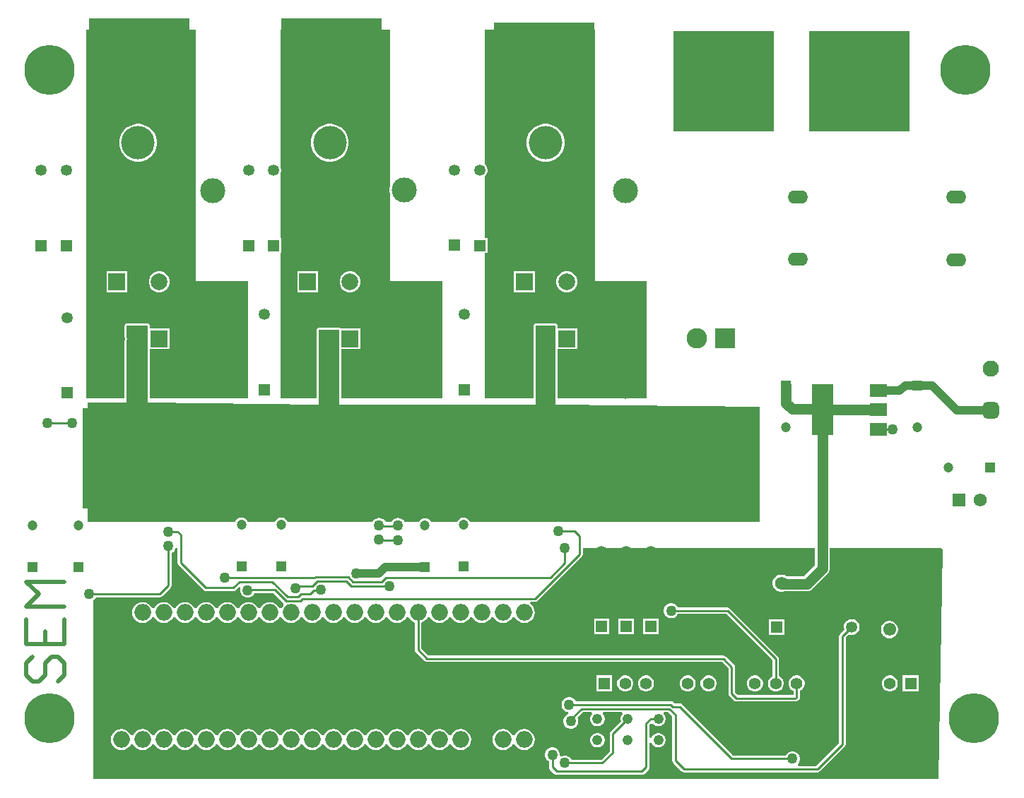
<source format=gtl>
G04*
G04 #@! TF.GenerationSoftware,Altium Limited,Altium Designer,24.8.2 (39)*
G04*
G04 Layer_Physical_Order=1*
G04 Layer_Color=255*
%FSLAX44Y44*%
%MOMM*%
G71*
G04*
G04 #@! TF.SameCoordinates,2ADF9C04-DE7E-4385-BC50-A77D5B0DFB63*
G04*
G04*
G04 #@! TF.FilePolarity,Positive*
G04*
G01*
G75*
%ADD12C,0.2540*%
%ADD13R,2.5400X6.0960*%
%ADD14R,2.0320X1.5240*%
%ADD17C,1.2000*%
%ADD18R,1.2000X1.2000*%
%ADD21C,2.0000*%
%ADD22R,2.0000X2.0000*%
%ADD23C,2.4500*%
%ADD24R,2.4500X2.4500*%
%ADD26C,1.5700*%
%ADD27R,1.5700X1.5700*%
%ADD28C,1.4000*%
%ADD29R,1.4000X1.4000*%
%ADD33R,1.2000X1.2000*%
%ADD36C,1.5500*%
%ADD37R,1.5500X1.5500*%
%ADD41R,12.0000X12.0000*%
%ADD42C,1.0000*%
%ADD43C,1.2540*%
%ADD44C,0.5000*%
%ADD45C,3.0000*%
%ADD46O,2.0000X2.0000*%
%ADD47R,1.3500X1.3500*%
%ADD48C,1.3500*%
%ADD49R,1.3500X1.3500*%
%ADD50C,1.2100*%
G04:AMPARAMS|DCode=51|XSize=1.95mm|YSize=1.95mm|CornerRadius=0.4875mm|HoleSize=0mm|Usage=FLASHONLY|Rotation=90.000|XOffset=0mm|YOffset=0mm|HoleType=Round|Shape=RoundedRectangle|*
%AMROUNDEDRECTD51*
21,1,1.9500,0.9750,0,0,90.0*
21,1,0.9750,1.9500,0,0,90.0*
1,1,0.9750,0.4875,0.4875*
1,1,0.9750,0.4875,-0.4875*
1,1,0.9750,-0.4875,-0.4875*
1,1,0.9750,-0.4875,0.4875*
%
%ADD51ROUNDEDRECTD51*%
%ADD52C,1.9500*%
%ADD53O,2.4000X1.6000*%
%ADD54C,4.0000*%
%ADD55C,6.0000*%
%ADD56C,1.2700*%
%ADD57C,0.7500*%
G36*
X701000Y900415D02*
X763190D01*
Y759385D01*
X656231D01*
Y818560D01*
X679779D01*
Y843640D01*
X656231D01*
Y846750D01*
X656033Y847741D01*
X655472Y848581D01*
X654632Y849143D01*
X653641Y849340D01*
X630141D01*
X629150Y849143D01*
X628310Y848581D01*
X627748Y847741D01*
X627551Y846750D01*
Y759385D01*
X569420D01*
Y933710D01*
X572290D01*
Y952290D01*
X569420D01*
Y1026282D01*
X570434Y1027296D01*
X571657Y1029414D01*
X572290Y1031777D01*
Y1034223D01*
X571657Y1036586D01*
X570434Y1038704D01*
X569420Y1039718D01*
Y1202000D01*
X701000D01*
Y900415D01*
D02*
G37*
G36*
X456000Y1015450D02*
X455634Y1014567D01*
X454960Y1011178D01*
Y1007723D01*
X455634Y1004334D01*
X456000Y1003451D01*
Y900415D01*
X518190D01*
Y759385D01*
X397481D01*
X397481Y818560D01*
X420210D01*
Y843640D01*
X396634D01*
X395882Y844143D01*
X394891Y844340D01*
X370141D01*
X369150Y844143D01*
X368310Y843581D01*
X367748Y842741D01*
X367551Y841750D01*
Y759385D01*
X324420D01*
Y933710D01*
X325040D01*
Y952290D01*
X324420D01*
Y1029464D01*
X325040Y1031777D01*
Y1034223D01*
X324420Y1036537D01*
Y1202000D01*
X456000D01*
Y1015450D01*
D02*
G37*
G36*
X223000Y900415D02*
X285190D01*
Y759385D01*
X167731D01*
Y818561D01*
X191147D01*
Y843641D01*
X167731D01*
Y846750D01*
X167533Y847741D01*
X166972Y848581D01*
X166132Y849143D01*
X165141Y849340D01*
X140141D01*
X139150Y849143D01*
X138310Y848581D01*
X137748Y847741D01*
X137551Y846750D01*
Y833487D01*
X137584Y833320D01*
X137573Y833149D01*
X137843Y831101D01*
X137573Y829052D01*
X137584Y828881D01*
X137551Y828714D01*
Y759385D01*
X91420D01*
Y1202000D01*
X223000D01*
Y900415D01*
D02*
G37*
G36*
X653641Y752149D02*
X898641Y749644D01*
Y611750D01*
X551294D01*
X550960Y612557D01*
X549591Y614341D01*
X547807Y615710D01*
X545729Y616570D01*
X543500Y616864D01*
X541271Y616570D01*
X539193Y615710D01*
X537409Y614341D01*
X536040Y612557D01*
X535706Y611750D01*
X504983D01*
X504959Y611807D01*
X503591Y613591D01*
X501807Y614959D01*
X499729Y615820D01*
X497500Y616114D01*
X495271Y615820D01*
X493193Y614959D01*
X491409Y613591D01*
X490040Y611807D01*
X490017Y611750D01*
X472862D01*
X472765Y611983D01*
X471340Y613840D01*
X469483Y615265D01*
X467321Y616161D01*
X465000Y616467D01*
X462679Y616161D01*
X460517Y615265D01*
X458660Y613840D01*
X457235Y611983D01*
X457138Y611750D01*
X450362D01*
X450265Y611983D01*
X448840Y613840D01*
X446983Y615265D01*
X444821Y616161D01*
X442500Y616467D01*
X440179Y616161D01*
X438017Y615265D01*
X436160Y613840D01*
X434735Y611983D01*
X434638Y611750D01*
X332940D01*
X332710Y612307D01*
X331341Y614091D01*
X329557Y615459D01*
X327479Y616320D01*
X325250Y616614D01*
X323021Y616320D01*
X320943Y615459D01*
X319159Y614091D01*
X317790Y612307D01*
X317560Y611750D01*
X285191D01*
X284960Y612307D01*
X283591Y614091D01*
X281807Y615460D01*
X279729Y616320D01*
X277500Y616614D01*
X275271Y616320D01*
X273193Y615460D01*
X271409Y614091D01*
X270040Y612307D01*
X269810Y611750D01*
X92891D01*
Y754486D01*
X140141D01*
Y828714D01*
X140455Y831101D01*
X140141Y833487D01*
Y846750D01*
X165141D01*
Y754486D01*
X370141Y752390D01*
Y841750D01*
X394891D01*
X394891Y752137D01*
X630141Y752390D01*
Y846750D01*
X653641D01*
Y752149D01*
D02*
G37*
G36*
X1117466Y578187D02*
X1112343Y303301D01*
X100000D01*
Y517621D01*
X100459Y517886D01*
X102114Y519541D01*
X103022Y521115D01*
X180000D01*
X181487Y521411D01*
X182747Y522253D01*
X192747Y532253D01*
X193589Y533513D01*
X193885Y535000D01*
Y574478D01*
X195459Y575386D01*
X197114Y577041D01*
X198284Y579069D01*
X198534Y580000D01*
X201115D01*
Y562500D01*
X201411Y561013D01*
X202253Y559753D01*
X232253Y529753D01*
X233513Y528911D01*
X235000Y528615D01*
X267500D01*
X268987Y528911D01*
X270247Y529753D01*
X274233Y533739D01*
X276510Y532425D01*
X276110Y530930D01*
Y528590D01*
X276716Y526329D01*
X277886Y524301D01*
X279541Y522646D01*
X281569Y521476D01*
X283830Y520870D01*
X286170D01*
X288431Y521476D01*
X290459Y522646D01*
X292114Y524301D01*
X293161Y526115D01*
X315800D01*
X327383Y514533D01*
X327763Y512461D01*
X327481Y511184D01*
X325888Y509108D01*
X325516Y508210D01*
X322767D01*
X322395Y509108D01*
X320385Y511727D01*
X317766Y513737D01*
X314715Y515001D01*
X311442Y515432D01*
X308168Y515001D01*
X305117Y513737D01*
X302498Y511727D01*
X300488Y509108D01*
X300116Y508210D01*
X297367D01*
X296995Y509108D01*
X294985Y511727D01*
X292366Y513737D01*
X289315Y515001D01*
X286042Y515432D01*
X282768Y515001D01*
X279718Y513737D01*
X277098Y511727D01*
X275088Y509108D01*
X274716Y508210D01*
X271967D01*
X271595Y509108D01*
X269585Y511727D01*
X266966Y513737D01*
X263915Y515001D01*
X260642Y515432D01*
X257368Y515001D01*
X254317Y513737D01*
X251698Y511727D01*
X249688Y509108D01*
X249316Y508210D01*
X246567D01*
X246195Y509108D01*
X244185Y511727D01*
X241566Y513737D01*
X238515Y515001D01*
X235242Y515432D01*
X231968Y515001D01*
X228918Y513737D01*
X226298Y511727D01*
X224288Y509108D01*
X223916Y508210D01*
X221167D01*
X220795Y509108D01*
X218785Y511727D01*
X216166Y513737D01*
X213115Y515001D01*
X209842Y515432D01*
X206568Y515001D01*
X203517Y513737D01*
X200898Y511727D01*
X198888Y509108D01*
X198516Y508210D01*
X195767D01*
X195395Y509108D01*
X193385Y511727D01*
X190766Y513737D01*
X187715Y515001D01*
X184442Y515432D01*
X181168Y515001D01*
X178118Y513737D01*
X175498Y511727D01*
X173488Y509108D01*
X173116Y508210D01*
X170367D01*
X169995Y509108D01*
X167985Y511727D01*
X165366Y513737D01*
X162315Y515001D01*
X159042Y515432D01*
X155768Y515001D01*
X152718Y513737D01*
X150098Y511727D01*
X148088Y509108D01*
X146824Y506057D01*
X146393Y502783D01*
X146824Y499510D01*
X148088Y496459D01*
X150098Y493840D01*
X152718Y491830D01*
X155768Y490566D01*
X159042Y490135D01*
X162315Y490566D01*
X165366Y491830D01*
X167985Y493840D01*
X169995Y496459D01*
X170367Y497357D01*
X173116D01*
X173488Y496459D01*
X175498Y493840D01*
X178118Y491830D01*
X181168Y490566D01*
X184442Y490135D01*
X187715Y490566D01*
X190766Y491830D01*
X193385Y493840D01*
X195395Y496459D01*
X195767Y497357D01*
X198516D01*
X198888Y496459D01*
X200898Y493840D01*
X203517Y491830D01*
X206568Y490566D01*
X209842Y490135D01*
X213115Y490566D01*
X216166Y491830D01*
X218785Y493840D01*
X220795Y496459D01*
X221167Y497357D01*
X223916D01*
X224288Y496459D01*
X226298Y493840D01*
X228918Y491830D01*
X231968Y490566D01*
X235242Y490135D01*
X238515Y490566D01*
X241566Y491830D01*
X244185Y493840D01*
X246195Y496459D01*
X246567Y497357D01*
X249316D01*
X249688Y496459D01*
X251698Y493840D01*
X254317Y491830D01*
X257368Y490566D01*
X260642Y490135D01*
X263915Y490566D01*
X266966Y491830D01*
X269585Y493840D01*
X271595Y496459D01*
X271967Y497357D01*
X274716D01*
X275088Y496459D01*
X277098Y493840D01*
X279718Y491830D01*
X282768Y490566D01*
X286042Y490135D01*
X289315Y490566D01*
X292366Y491830D01*
X294985Y493840D01*
X296995Y496459D01*
X297367Y497357D01*
X300116D01*
X300488Y496459D01*
X302498Y493840D01*
X305117Y491830D01*
X308168Y490566D01*
X311442Y490135D01*
X314715Y490566D01*
X317766Y491830D01*
X320385Y493840D01*
X322395Y496459D01*
X322767Y497357D01*
X325516D01*
X325888Y496459D01*
X327898Y493840D01*
X330518Y491830D01*
X333568Y490566D01*
X336842Y490135D01*
X340115Y490566D01*
X343166Y491830D01*
X345785Y493840D01*
X347795Y496459D01*
X348167Y497357D01*
X350916D01*
X351288Y496459D01*
X353298Y493840D01*
X355918Y491830D01*
X358968Y490566D01*
X362242Y490135D01*
X365515Y490566D01*
X368566Y491830D01*
X371185Y493840D01*
X373195Y496459D01*
X373567Y497357D01*
X376316D01*
X376688Y496459D01*
X378698Y493840D01*
X381317Y491830D01*
X384368Y490566D01*
X387642Y490135D01*
X390915Y490566D01*
X393966Y491830D01*
X396585Y493840D01*
X398595Y496459D01*
X398967Y497357D01*
X401716D01*
X402088Y496459D01*
X404098Y493840D01*
X406717Y491830D01*
X409768Y490566D01*
X413042Y490135D01*
X416315Y490566D01*
X419366Y491830D01*
X421985Y493840D01*
X423995Y496459D01*
X424367Y497357D01*
X427116D01*
X427488Y496459D01*
X429498Y493840D01*
X432118Y491830D01*
X435168Y490566D01*
X438442Y490135D01*
X441715Y490566D01*
X444766Y491830D01*
X447385Y493840D01*
X449395Y496459D01*
X449767Y497357D01*
X452516D01*
X452888Y496459D01*
X454898Y493840D01*
X457518Y491830D01*
X460568Y490566D01*
X463842Y490135D01*
X467115Y490566D01*
X470166Y491830D01*
X472785Y493840D01*
X474795Y496459D01*
X475167Y497357D01*
X477916D01*
X478288Y496459D01*
X480298Y493840D01*
X482918Y491830D01*
X485357Y490819D01*
Y458258D01*
X485653Y456772D01*
X486495Y455512D01*
X497253Y444753D01*
X498513Y443911D01*
X500000Y443615D01*
X853391D01*
X861115Y435891D01*
Y405537D01*
X861411Y404051D01*
X862253Y402790D01*
X867791Y397253D01*
X869051Y396411D01*
X870537Y396115D01*
X941304D01*
X942791Y396411D01*
X944051Y397253D01*
X945539Y398741D01*
X946381Y400001D01*
X946677Y401488D01*
Y409227D01*
X948650Y410366D01*
X950426Y412142D01*
X951682Y414318D01*
X952332Y416744D01*
Y419256D01*
X951682Y421683D01*
X950426Y423858D01*
X948650Y425634D01*
X946474Y426890D01*
X944048Y427540D01*
X941536D01*
X939110Y426890D01*
X936934Y425634D01*
X935158Y423858D01*
X933902Y421683D01*
X933252Y419256D01*
Y416744D01*
X933902Y414318D01*
X935158Y412142D01*
X936934Y410366D01*
X938907Y409227D01*
Y403885D01*
X872147D01*
X868885Y407146D01*
Y437500D01*
X868589Y438987D01*
X867747Y440247D01*
X857747Y450247D01*
X856487Y451089D01*
X855000Y451385D01*
X501609D01*
X493126Y459868D01*
Y490819D01*
X495566Y491830D01*
X498185Y493840D01*
X500195Y496459D01*
X500567Y497357D01*
X503316D01*
X503688Y496459D01*
X505698Y493840D01*
X508317Y491830D01*
X511368Y490566D01*
X514642Y490135D01*
X517915Y490566D01*
X520966Y491830D01*
X523585Y493840D01*
X525595Y496459D01*
X525967Y497357D01*
X528716D01*
X529088Y496459D01*
X531098Y493840D01*
X533717Y491830D01*
X536768Y490566D01*
X540042Y490135D01*
X543315Y490566D01*
X546366Y491830D01*
X548985Y493840D01*
X550995Y496459D01*
X551367Y497357D01*
X554116D01*
X554488Y496459D01*
X556498Y493840D01*
X559118Y491830D01*
X562168Y490566D01*
X565442Y490135D01*
X568715Y490566D01*
X571766Y491830D01*
X574385Y493840D01*
X576395Y496459D01*
X576767Y497357D01*
X579516D01*
X579888Y496459D01*
X581898Y493840D01*
X584518Y491830D01*
X587568Y490566D01*
X590842Y490135D01*
X594115Y490566D01*
X597166Y491830D01*
X599785Y493840D01*
X601795Y496459D01*
X602294Y497663D01*
X605043D01*
X605542Y496459D01*
X607552Y493840D01*
X610172Y491830D01*
X613222Y490566D01*
X616496Y490135D01*
X619769Y490566D01*
X622820Y491830D01*
X625439Y493840D01*
X627449Y496459D01*
X628713Y499510D01*
X629144Y502783D01*
X628713Y506057D01*
X627449Y509108D01*
X625439Y511727D01*
X623552Y513175D01*
X624414Y515715D01*
X629600D01*
X631087Y516011D01*
X632347Y516853D01*
X685247Y569753D01*
X686089Y571013D01*
X686385Y572500D01*
Y580000D01*
X964664D01*
Y559731D01*
X951215Y546281D01*
X930912D01*
X930880Y546314D01*
X928510Y547682D01*
X925868Y548390D01*
X923132D01*
X920490Y547682D01*
X918120Y546314D01*
X916186Y544380D01*
X914818Y542010D01*
X914110Y539368D01*
Y536632D01*
X914818Y533990D01*
X916186Y531620D01*
X918120Y529686D01*
X920490Y528318D01*
X923132Y527610D01*
X925868D01*
X928510Y528318D01*
X928842Y528509D01*
X954895D01*
X956045Y528661D01*
X957195Y528812D01*
X959338Y529700D01*
X961179Y531112D01*
X979833Y549767D01*
X981245Y551607D01*
X982133Y553750D01*
X982436Y556050D01*
Y580000D01*
X1115687D01*
X1117466Y578187D01*
D02*
G37*
%LPC*%
G36*
X644060Y1088660D02*
X639620D01*
X635266Y1087794D01*
X631163Y1086095D01*
X627472Y1083628D01*
X624332Y1080488D01*
X621866Y1076796D01*
X620166Y1072694D01*
X619300Y1068340D01*
Y1063900D01*
X620166Y1059545D01*
X621866Y1055443D01*
X624332Y1051751D01*
X627472Y1048612D01*
X631163Y1046145D01*
X635266Y1044446D01*
X639620Y1043580D01*
X644060D01*
X648415Y1044446D01*
X652517Y1046145D01*
X656209Y1048612D01*
X659348Y1051751D01*
X661815Y1055443D01*
X663514Y1059545D01*
X664380Y1063900D01*
Y1068340D01*
X663514Y1072694D01*
X661815Y1076796D01*
X659348Y1080488D01*
X656209Y1083628D01*
X652517Y1086095D01*
X648415Y1087794D01*
X644060Y1088660D01*
D02*
G37*
G36*
X668890Y912100D02*
X665588D01*
X662399Y911245D01*
X659539Y909594D01*
X657205Y907260D01*
X655554Y904400D01*
X654699Y901211D01*
Y897909D01*
X655554Y894719D01*
X657205Y891860D01*
X659539Y889525D01*
X662399Y887874D01*
X665588Y887020D01*
X668890D01*
X672079Y887874D01*
X674939Y889525D01*
X677274Y891860D01*
X678925Y894719D01*
X679779Y897909D01*
Y901211D01*
X678925Y904400D01*
X677274Y907260D01*
X674939Y909594D01*
X672079Y911245D01*
X668890Y912100D01*
D02*
G37*
G36*
X628979D02*
X603899D01*
Y887020D01*
X628979D01*
Y912100D01*
D02*
G37*
G36*
X385760Y1088660D02*
X381320D01*
X376965Y1087794D01*
X372863Y1086095D01*
X369172Y1083628D01*
X366032Y1080488D01*
X363565Y1076796D01*
X361866Y1072694D01*
X361000Y1068340D01*
Y1063900D01*
X361866Y1059545D01*
X363565Y1055443D01*
X366032Y1051751D01*
X369172Y1048612D01*
X372863Y1046145D01*
X376965Y1044446D01*
X381320Y1043580D01*
X385760D01*
X390115Y1044446D01*
X394217Y1046145D01*
X397908Y1048612D01*
X401048Y1051751D01*
X403515Y1055443D01*
X405214Y1059545D01*
X406080Y1063900D01*
Y1068340D01*
X405214Y1072694D01*
X403515Y1076796D01*
X401048Y1080488D01*
X397908Y1083628D01*
X394217Y1086095D01*
X390115Y1087794D01*
X385760Y1088660D01*
D02*
G37*
G36*
X409321Y912100D02*
X406019D01*
X402830Y911245D01*
X399970Y909594D01*
X397635Y907260D01*
X395985Y904400D01*
X395130Y901211D01*
Y897909D01*
X395985Y894719D01*
X397635Y891860D01*
X399970Y889525D01*
X402830Y887874D01*
X406019Y887020D01*
X409321D01*
X412510Y887874D01*
X415370Y889525D01*
X417705Y891860D01*
X419355Y894719D01*
X420210Y897909D01*
Y901211D01*
X419355Y904400D01*
X417705Y907260D01*
X415370Y909594D01*
X412510Y911245D01*
X409321Y912100D01*
D02*
G37*
G36*
X369410D02*
X344330D01*
Y887020D01*
X369410D01*
Y912100D01*
D02*
G37*
G36*
X155890Y1088660D02*
X151450D01*
X147095Y1087794D01*
X142993Y1086095D01*
X139302Y1083628D01*
X136162Y1080488D01*
X133695Y1076796D01*
X131996Y1072694D01*
X131130Y1068340D01*
Y1063900D01*
X131996Y1059545D01*
X133695Y1055443D01*
X136162Y1051751D01*
X139302Y1048612D01*
X142993Y1046145D01*
X147095Y1044446D01*
X151450Y1043580D01*
X155890D01*
X160245Y1044446D01*
X164347Y1046145D01*
X168038Y1048612D01*
X171178Y1051751D01*
X173645Y1055443D01*
X175344Y1059545D01*
X176210Y1063900D01*
Y1068340D01*
X175344Y1072694D01*
X173645Y1076796D01*
X171178Y1080488D01*
X168038Y1083628D01*
X164347Y1086095D01*
X160245Y1087794D01*
X155890Y1088660D01*
D02*
G37*
G36*
X180721Y912100D02*
X177419D01*
X174230Y911246D01*
X171370Y909595D01*
X169035Y907260D01*
X167385Y904401D01*
X166530Y901211D01*
Y897909D01*
X167385Y894720D01*
X169035Y891861D01*
X171370Y889526D01*
X174230Y887875D01*
X177419Y887020D01*
X180721D01*
X183910Y887875D01*
X186770Y889526D01*
X189104Y891861D01*
X190755Y894720D01*
X191610Y897909D01*
Y901211D01*
X190755Y904401D01*
X189104Y907260D01*
X186770Y909595D01*
X183910Y911246D01*
X180721Y912100D01*
D02*
G37*
G36*
X140810D02*
X115730D01*
Y887020D01*
X140810D01*
Y912100D01*
D02*
G37*
G36*
X777540Y495540D02*
X758960D01*
Y476960D01*
X777540D01*
Y495540D01*
D02*
G37*
G36*
X747747D02*
X729167D01*
Y476960D01*
X747747D01*
Y495540D01*
D02*
G37*
G36*
X718497D02*
X699917D01*
Y476960D01*
X718497D01*
Y495540D01*
D02*
G37*
G36*
X1009973Y495040D02*
X1007527D01*
X1005164Y494407D01*
X1003046Y493184D01*
X1001317Y491454D01*
X1000093Y489336D01*
X999460Y486973D01*
Y484527D01*
X1000004Y482498D01*
X994753Y477247D01*
X993911Y475986D01*
X993615Y474500D01*
Y346609D01*
X965891Y318885D01*
X945049D01*
X943997Y321425D01*
X944614Y322041D01*
X945784Y324069D01*
X946390Y326330D01*
Y328670D01*
X945784Y330931D01*
X944614Y332959D01*
X942959Y334614D01*
X940931Y335784D01*
X938670Y336390D01*
X936330D01*
X934069Y335784D01*
X932041Y334614D01*
X930386Y332959D01*
X929477Y331385D01*
X866609D01*
X805247Y392747D01*
X803987Y393589D01*
X802500Y393885D01*
X796293D01*
X794851Y395327D01*
X793591Y396169D01*
X792104Y396465D01*
X677976D01*
X677114Y397959D01*
X675459Y399614D01*
X673431Y400784D01*
X671170Y401390D01*
X668830D01*
X666569Y400784D01*
X664541Y399614D01*
X662886Y397959D01*
X661716Y395931D01*
X661110Y393670D01*
Y391330D01*
X661716Y389069D01*
X662886Y387041D01*
X664541Y385386D01*
X666569Y384216D01*
X668830Y383610D01*
X668881D01*
X669215Y381070D01*
X668874Y380979D01*
X666847Y379808D01*
X665192Y378153D01*
X664021Y376126D01*
X663416Y373865D01*
Y371524D01*
X664021Y369263D01*
X665192Y367236D01*
X666847Y365581D01*
X668874Y364410D01*
X671135Y363805D01*
X673476D01*
X675737Y364410D01*
X677764Y365581D01*
X679419Y367236D01*
X680590Y369263D01*
X681196Y371524D01*
Y373865D01*
X680590Y376126D01*
X680008Y377133D01*
X686490Y383615D01*
X696725D01*
X697777Y381075D01*
X697191Y380489D01*
X696060Y378531D01*
X695475Y376346D01*
Y374084D01*
X696060Y371899D01*
X697191Y369940D01*
X698791Y368341D01*
X700750Y367210D01*
X702934Y366625D01*
X705196D01*
X707381Y367210D01*
X709340Y368341D01*
X710939Y369940D01*
X712070Y371899D01*
X712655Y374084D01*
Y376346D01*
X712070Y378531D01*
X710939Y380489D01*
X710353Y381075D01*
X711405Y383615D01*
X733068D01*
X734120Y381075D01*
X733534Y380489D01*
X732403Y378531D01*
X731817Y376346D01*
Y374084D01*
X732233Y372534D01*
X719753Y360054D01*
X718911Y358794D01*
X718615Y357307D01*
Y336609D01*
X708391Y326385D01*
X673023D01*
X672114Y327959D01*
X670459Y329614D01*
X668431Y330784D01*
X666170Y331390D01*
X663830D01*
X661569Y330784D01*
X661338Y330651D01*
X660646Y330843D01*
X658890Y332171D01*
Y333670D01*
X658284Y335931D01*
X657114Y337959D01*
X655459Y339614D01*
X653431Y340784D01*
X651170Y341390D01*
X648830D01*
X646569Y340784D01*
X644541Y339614D01*
X642886Y337959D01*
X641716Y335931D01*
X641110Y333670D01*
Y331330D01*
X641716Y329069D01*
X642886Y327041D01*
X644541Y325386D01*
X646115Y324478D01*
Y317500D01*
X646411Y316013D01*
X647253Y314753D01*
X652413Y309593D01*
X653673Y308751D01*
X655160Y308455D01*
X757340D01*
X758827Y308751D01*
X760087Y309593D01*
X765247Y314753D01*
X766089Y316013D01*
X766385Y317500D01*
Y346430D01*
X768925Y346764D01*
X768996Y346499D01*
X770126Y344540D01*
X771726Y342941D01*
X773685Y341810D01*
X775869Y341225D01*
X778131D01*
X780316Y341810D01*
X782275Y342941D01*
X783874Y344540D01*
X785005Y346499D01*
X785590Y348684D01*
Y350946D01*
X785005Y353130D01*
X783874Y355089D01*
X782275Y356689D01*
X780316Y357820D01*
X778131Y358405D01*
X775869D01*
X773685Y357820D01*
X771726Y356689D01*
X770126Y355089D01*
X768996Y353130D01*
X768925Y352866D01*
X766385Y353200D01*
Y368391D01*
X767465Y369471D01*
X770126Y369940D01*
X771726Y368341D01*
X773685Y367210D01*
X775869Y366625D01*
X778131D01*
X780316Y367210D01*
X782275Y368341D01*
X783874Y369940D01*
X785005Y371899D01*
X785590Y374084D01*
Y376346D01*
X785005Y378531D01*
X783874Y380489D01*
X783288Y381075D01*
X784340Y383615D01*
X788391D01*
X793615Y378391D01*
Y325000D01*
X793911Y323513D01*
X794753Y322253D01*
X804753Y312253D01*
X806013Y311411D01*
X807500Y311115D01*
X967500D01*
X968987Y311411D01*
X970247Y312253D01*
X1000247Y342253D01*
X1001089Y343513D01*
X1001385Y345000D01*
Y472891D01*
X1005498Y477004D01*
X1007527Y476460D01*
X1009973D01*
X1012336Y477093D01*
X1014454Y478316D01*
X1016184Y480046D01*
X1017407Y482164D01*
X1018040Y484527D01*
Y486973D01*
X1017407Y489336D01*
X1016184Y491454D01*
X1014454Y493184D01*
X1012336Y494407D01*
X1009973Y495040D01*
D02*
G37*
G36*
X928040D02*
X909460D01*
Y476460D01*
X928040D01*
Y495040D01*
D02*
G37*
G36*
X1055355Y492790D02*
X1052646D01*
X1050029Y492089D01*
X1047682Y490734D01*
X1045766Y488818D01*
X1044412Y486472D01*
X1043710Y483855D01*
Y481145D01*
X1044412Y478528D01*
X1045766Y476182D01*
X1047682Y474266D01*
X1050029Y472911D01*
X1052646Y472210D01*
X1055355D01*
X1057972Y472911D01*
X1060319Y474266D01*
X1062234Y476182D01*
X1063589Y478528D01*
X1064290Y481145D01*
Y483855D01*
X1063589Y486472D01*
X1062234Y488818D01*
X1060319Y490734D01*
X1057972Y492089D01*
X1055355Y492790D01*
D02*
G37*
G36*
X1088870Y427540D02*
X1069790D01*
Y408460D01*
X1088870D01*
Y427540D01*
D02*
G37*
G36*
X1055586D02*
X1053074D01*
X1050648Y426890D01*
X1048472Y425634D01*
X1046696Y423858D01*
X1045440Y421683D01*
X1044790Y419256D01*
Y416744D01*
X1045440Y414318D01*
X1046696Y412142D01*
X1048472Y410366D01*
X1050648Y409110D01*
X1053074Y408460D01*
X1055586D01*
X1058012Y409110D01*
X1060188Y410366D01*
X1061964Y412142D01*
X1063220Y414318D01*
X1063870Y416744D01*
Y419256D01*
X1063220Y421683D01*
X1061964Y423858D01*
X1060188Y425634D01*
X1058012Y426890D01*
X1055586Y427540D01*
D02*
G37*
G36*
X793670Y513890D02*
X791330D01*
X789069Y513284D01*
X787041Y512114D01*
X785386Y510459D01*
X784216Y508431D01*
X783610Y506170D01*
Y503830D01*
X784216Y501569D01*
X785386Y499541D01*
X787041Y497886D01*
X789069Y496716D01*
X791330Y496110D01*
X793670D01*
X795931Y496716D01*
X797959Y497886D01*
X799614Y499541D01*
X800523Y501115D01*
X858391D01*
X913907Y445599D01*
Y426773D01*
X911934Y425634D01*
X910158Y423858D01*
X908902Y421683D01*
X908252Y419256D01*
Y416744D01*
X908902Y414318D01*
X910158Y412142D01*
X911934Y410366D01*
X914110Y409110D01*
X916536Y408460D01*
X919048D01*
X921474Y409110D01*
X923650Y410366D01*
X925426Y412142D01*
X926682Y414318D01*
X927332Y416744D01*
Y419256D01*
X926682Y421683D01*
X925426Y423858D01*
X923650Y425634D01*
X921677Y426773D01*
Y447208D01*
X921381Y448695D01*
X920539Y449955D01*
X862747Y507747D01*
X861487Y508589D01*
X860000Y508885D01*
X800523D01*
X799614Y510459D01*
X797959Y512114D01*
X795931Y513284D01*
X793670Y513890D01*
D02*
G37*
G36*
X894048Y427540D02*
X891536D01*
X889110Y426890D01*
X886935Y425634D01*
X885158Y423858D01*
X883902Y421683D01*
X883252Y419256D01*
Y416744D01*
X883902Y414318D01*
X885158Y412142D01*
X886935Y410366D01*
X889110Y409110D01*
X891536Y408460D01*
X894048D01*
X896475Y409110D01*
X898650Y410366D01*
X900426Y412142D01*
X901682Y414318D01*
X902332Y416744D01*
Y419256D01*
X901682Y421683D01*
X900426Y423858D01*
X898650Y425634D01*
X896475Y426890D01*
X894048Y427540D01*
D02*
G37*
G36*
X838506Y427540D02*
X835994D01*
X833568Y426889D01*
X831392Y425634D01*
X829616Y423857D01*
X828360Y421682D01*
X827710Y419256D01*
Y416744D01*
X828360Y414317D01*
X829616Y412142D01*
X831392Y410366D01*
X833568Y409110D01*
X835994Y408460D01*
X838506D01*
X840932Y409110D01*
X843108Y410366D01*
X844884Y412142D01*
X846140Y414317D01*
X846790Y416744D01*
Y419256D01*
X846140Y421682D01*
X844884Y423857D01*
X843108Y425634D01*
X840932Y426889D01*
X838506Y427540D01*
D02*
G37*
G36*
X813506D02*
X810994D01*
X808568Y426889D01*
X806392Y425634D01*
X804616Y423857D01*
X803360Y421682D01*
X802710Y419256D01*
Y416744D01*
X803360Y414317D01*
X804616Y412142D01*
X806392Y410366D01*
X808568Y409110D01*
X810994Y408460D01*
X813506D01*
X815932Y409110D01*
X818108Y410366D01*
X819884Y412142D01*
X821140Y414317D01*
X821790Y416744D01*
Y419256D01*
X821140Y421682D01*
X819884Y423857D01*
X818108Y425634D01*
X815932Y426889D01*
X813506Y427540D01*
D02*
G37*
G36*
X763506D02*
X760994D01*
X758568Y426889D01*
X756392Y425634D01*
X754616Y423857D01*
X753360Y421682D01*
X752710Y419256D01*
Y416744D01*
X753360Y414317D01*
X754616Y412142D01*
X756392Y410366D01*
X758568Y409110D01*
X760994Y408460D01*
X763506D01*
X765932Y409110D01*
X768108Y410366D01*
X769884Y412142D01*
X771140Y414317D01*
X771790Y416744D01*
Y419256D01*
X771140Y421682D01*
X769884Y423857D01*
X768108Y425634D01*
X765932Y426889D01*
X763506Y427540D01*
D02*
G37*
G36*
X738506D02*
X735994D01*
X733567Y426889D01*
X731392Y425634D01*
X729616Y423857D01*
X728360Y421682D01*
X727710Y419256D01*
Y416744D01*
X728360Y414317D01*
X729616Y412142D01*
X731392Y410366D01*
X733567Y409110D01*
X735994Y408460D01*
X738506D01*
X740932Y409110D01*
X743107Y410366D01*
X744884Y412142D01*
X746140Y414317D01*
X746790Y416744D01*
Y419256D01*
X746140Y421682D01*
X744884Y423857D01*
X743107Y425634D01*
X740932Y426889D01*
X738506Y427540D01*
D02*
G37*
G36*
X721790D02*
X702710D01*
Y408460D01*
X721790D01*
Y427540D01*
D02*
G37*
G36*
X616350Y363286D02*
X613076Y362855D01*
X610026Y361591D01*
X607406Y359581D01*
X605396Y356962D01*
X605024Y356064D01*
X602275D01*
X601903Y356962D01*
X599893Y359581D01*
X597274Y361591D01*
X594223Y362855D01*
X590950Y363286D01*
X587676Y362855D01*
X584626Y361591D01*
X582006Y359581D01*
X579996Y356962D01*
X578733Y353911D01*
X578302Y350637D01*
X578733Y347364D01*
X579996Y344313D01*
X582006Y341694D01*
X584626Y339684D01*
X587676Y338420D01*
X590950Y337989D01*
X594223Y338420D01*
X597274Y339684D01*
X599893Y341694D01*
X601903Y344313D01*
X602275Y345211D01*
X605024D01*
X605396Y344313D01*
X607406Y341694D01*
X610026Y339684D01*
X613076Y338420D01*
X616350Y337989D01*
X619623Y338420D01*
X622674Y339684D01*
X625293Y341694D01*
X627303Y344313D01*
X628567Y347364D01*
X628998Y350637D01*
X628567Y353911D01*
X627303Y356962D01*
X625293Y359581D01*
X622674Y361591D01*
X619623Y362855D01*
X616350Y363286D01*
D02*
G37*
G36*
X540150D02*
X536876Y362855D01*
X533826Y361591D01*
X531206Y359581D01*
X529196Y356962D01*
X528824Y356064D01*
X526075D01*
X525703Y356962D01*
X523693Y359581D01*
X521074Y361591D01*
X518023Y362855D01*
X514750Y363286D01*
X511476Y362855D01*
X508426Y361591D01*
X505806Y359581D01*
X503796Y356962D01*
X503424Y356064D01*
X500675D01*
X500303Y356962D01*
X498293Y359581D01*
X495674Y361591D01*
X492623Y362855D01*
X489350Y363286D01*
X486076Y362855D01*
X483026Y361591D01*
X480406Y359581D01*
X478396Y356962D01*
X478024Y356064D01*
X475275D01*
X474903Y356962D01*
X472893Y359581D01*
X470274Y361591D01*
X467223Y362855D01*
X463950Y363286D01*
X460676Y362855D01*
X457626Y361591D01*
X455006Y359581D01*
X452996Y356962D01*
X452624Y356064D01*
X449875D01*
X449503Y356962D01*
X447493Y359581D01*
X444874Y361591D01*
X441823Y362855D01*
X438550Y363286D01*
X435276Y362855D01*
X432226Y361591D01*
X429606Y359581D01*
X427596Y356962D01*
X427224Y356064D01*
X424475D01*
X424103Y356962D01*
X422093Y359581D01*
X419474Y361591D01*
X416423Y362855D01*
X413150Y363286D01*
X409876Y362855D01*
X406826Y361591D01*
X404206Y359581D01*
X402196Y356962D01*
X401824Y356064D01*
X399075D01*
X398703Y356962D01*
X396693Y359581D01*
X394074Y361591D01*
X391023Y362855D01*
X387750Y363286D01*
X384476Y362855D01*
X381426Y361591D01*
X378806Y359581D01*
X376796Y356962D01*
X376424Y356064D01*
X373675D01*
X373303Y356962D01*
X371293Y359581D01*
X368674Y361591D01*
X365623Y362855D01*
X362350Y363286D01*
X359076Y362855D01*
X356026Y361591D01*
X353406Y359581D01*
X351396Y356962D01*
X351024Y356064D01*
X348275D01*
X347903Y356962D01*
X345893Y359581D01*
X343274Y361591D01*
X340223Y362855D01*
X336950Y363286D01*
X333676Y362855D01*
X330626Y361591D01*
X328006Y359581D01*
X325996Y356962D01*
X325624Y356064D01*
X322875D01*
X322503Y356962D01*
X320493Y359581D01*
X317874Y361591D01*
X314823Y362855D01*
X311550Y363286D01*
X308276Y362855D01*
X305226Y361591D01*
X302606Y359581D01*
X300596Y356962D01*
X300224Y356064D01*
X297475D01*
X297103Y356962D01*
X295093Y359581D01*
X292474Y361591D01*
X289423Y362855D01*
X286150Y363286D01*
X282876Y362855D01*
X279826Y361591D01*
X277206Y359581D01*
X275196Y356962D01*
X274824Y356064D01*
X272075D01*
X271703Y356962D01*
X269693Y359581D01*
X267074Y361591D01*
X264023Y362855D01*
X260750Y363286D01*
X257476Y362855D01*
X254426Y361591D01*
X251806Y359581D01*
X249796Y356962D01*
X249424Y356064D01*
X246675D01*
X246303Y356962D01*
X244293Y359581D01*
X241674Y361591D01*
X238623Y362855D01*
X235350Y363286D01*
X232076Y362855D01*
X229026Y361591D01*
X226406Y359581D01*
X224396Y356962D01*
X224024Y356064D01*
X221275D01*
X220903Y356962D01*
X218893Y359581D01*
X216274Y361591D01*
X213223Y362855D01*
X209950Y363286D01*
X206676Y362855D01*
X203626Y361591D01*
X201006Y359581D01*
X198996Y356962D01*
X198624Y356064D01*
X195875D01*
X195503Y356962D01*
X193493Y359581D01*
X190874Y361591D01*
X187823Y362855D01*
X184550Y363286D01*
X181276Y362855D01*
X178226Y361591D01*
X175606Y359581D01*
X173596Y356962D01*
X173224Y356064D01*
X170475D01*
X170103Y356962D01*
X168093Y359581D01*
X165474Y361591D01*
X162423Y362855D01*
X159150Y363286D01*
X155876Y362855D01*
X152826Y361591D01*
X150206Y359581D01*
X148196Y356962D01*
X147824Y356064D01*
X145075D01*
X144703Y356962D01*
X142693Y359581D01*
X140074Y361591D01*
X137023Y362855D01*
X133750Y363286D01*
X130476Y362855D01*
X127426Y361591D01*
X124806Y359581D01*
X122796Y356962D01*
X121533Y353911D01*
X121102Y350637D01*
X121533Y347364D01*
X122796Y344313D01*
X124806Y341694D01*
X127426Y339684D01*
X130476Y338420D01*
X133750Y337989D01*
X137023Y338420D01*
X140074Y339684D01*
X142693Y341694D01*
X144703Y344313D01*
X145075Y345211D01*
X147824D01*
X148196Y344313D01*
X150206Y341694D01*
X152826Y339684D01*
X155876Y338420D01*
X159150Y337989D01*
X162423Y338420D01*
X165474Y339684D01*
X168093Y341694D01*
X170103Y344313D01*
X170475Y345211D01*
X173224D01*
X173596Y344313D01*
X175606Y341694D01*
X178226Y339684D01*
X181276Y338420D01*
X184550Y337989D01*
X187823Y338420D01*
X190874Y339684D01*
X193493Y341694D01*
X195503Y344313D01*
X195875Y345211D01*
X198624D01*
X198996Y344313D01*
X201006Y341694D01*
X203626Y339684D01*
X206676Y338420D01*
X209950Y337989D01*
X213223Y338420D01*
X216274Y339684D01*
X218893Y341694D01*
X220903Y344313D01*
X221275Y345211D01*
X224024D01*
X224396Y344313D01*
X226406Y341694D01*
X229026Y339684D01*
X232076Y338420D01*
X235350Y337989D01*
X238623Y338420D01*
X241674Y339684D01*
X244293Y341694D01*
X246303Y344313D01*
X246675Y345211D01*
X249424D01*
X249796Y344313D01*
X251806Y341694D01*
X254426Y339684D01*
X257476Y338420D01*
X260750Y337989D01*
X264023Y338420D01*
X267074Y339684D01*
X269693Y341694D01*
X271703Y344313D01*
X272075Y345211D01*
X274824D01*
X275196Y344313D01*
X277206Y341694D01*
X279826Y339684D01*
X282876Y338420D01*
X286150Y337989D01*
X289423Y338420D01*
X292474Y339684D01*
X295093Y341694D01*
X297103Y344313D01*
X297475Y345211D01*
X300224D01*
X300596Y344313D01*
X302606Y341694D01*
X305226Y339684D01*
X308276Y338420D01*
X311550Y337989D01*
X314823Y338420D01*
X317874Y339684D01*
X320493Y341694D01*
X322503Y344313D01*
X322875Y345211D01*
X325624D01*
X325996Y344313D01*
X328006Y341694D01*
X330626Y339684D01*
X333676Y338420D01*
X336950Y337989D01*
X340223Y338420D01*
X343274Y339684D01*
X345893Y341694D01*
X347903Y344313D01*
X348275Y345211D01*
X351024D01*
X351396Y344313D01*
X353406Y341694D01*
X356026Y339684D01*
X359076Y338420D01*
X362350Y337989D01*
X365623Y338420D01*
X368674Y339684D01*
X371293Y341694D01*
X373303Y344313D01*
X373675Y345211D01*
X376424D01*
X376796Y344313D01*
X378806Y341694D01*
X381426Y339684D01*
X384476Y338420D01*
X387750Y337989D01*
X391023Y338420D01*
X394074Y339684D01*
X396693Y341694D01*
X398703Y344313D01*
X399075Y345211D01*
X401824D01*
X402196Y344313D01*
X404206Y341694D01*
X406826Y339684D01*
X409876Y338420D01*
X413150Y337989D01*
X416423Y338420D01*
X419474Y339684D01*
X422093Y341694D01*
X424103Y344313D01*
X424475Y345211D01*
X427224D01*
X427596Y344313D01*
X429606Y341694D01*
X432226Y339684D01*
X435276Y338420D01*
X438550Y337989D01*
X441823Y338420D01*
X444874Y339684D01*
X447493Y341694D01*
X449503Y344313D01*
X449875Y345211D01*
X452624D01*
X452996Y344313D01*
X455006Y341694D01*
X457626Y339684D01*
X460676Y338420D01*
X463950Y337989D01*
X467223Y338420D01*
X470274Y339684D01*
X472893Y341694D01*
X474903Y344313D01*
X475275Y345211D01*
X478024D01*
X478396Y344313D01*
X480406Y341694D01*
X483026Y339684D01*
X486076Y338420D01*
X489350Y337989D01*
X492623Y338420D01*
X495674Y339684D01*
X498293Y341694D01*
X500303Y344313D01*
X500675Y345211D01*
X503424D01*
X503796Y344313D01*
X505806Y341694D01*
X508426Y339684D01*
X511476Y338420D01*
X514750Y337989D01*
X518023Y338420D01*
X521074Y339684D01*
X523693Y341694D01*
X525703Y344313D01*
X526075Y345211D01*
X528824D01*
X529196Y344313D01*
X531206Y341694D01*
X533826Y339684D01*
X536876Y338420D01*
X540150Y337989D01*
X543423Y338420D01*
X546474Y339684D01*
X549093Y341694D01*
X551103Y344313D01*
X552367Y347364D01*
X552798Y350637D01*
X552367Y353911D01*
X551103Y356962D01*
X549093Y359581D01*
X546474Y361591D01*
X543423Y362855D01*
X540150Y363286D01*
D02*
G37*
G36*
X705196Y358405D02*
X702934D01*
X700750Y357820D01*
X698791Y356689D01*
X697191Y355089D01*
X696060Y353130D01*
X695475Y350946D01*
Y348684D01*
X696060Y346499D01*
X697191Y344540D01*
X698791Y342941D01*
X700750Y341810D01*
X702934Y341225D01*
X705196D01*
X707381Y341810D01*
X709340Y342941D01*
X710939Y344540D01*
X712070Y346499D01*
X712655Y348684D01*
Y350946D01*
X712070Y353130D01*
X710939Y355089D01*
X709340Y356689D01*
X707381Y357820D01*
X705196Y358405D01*
D02*
G37*
%LPD*%
D12*
X235000Y532500D02*
X267500D01*
X205000Y562500D02*
X235000Y532500D01*
X267500D02*
X274920Y539920D01*
X257500Y545000D02*
X365947D01*
X710000Y322500D02*
X722500Y335000D01*
X655160Y312340D02*
X757340D01*
X762500Y317500D01*
X665000Y322500D02*
X710000D01*
X650000Y317500D02*
X655160Y312340D01*
X443610Y606390D02*
X463890D01*
X465000Y607500D01*
X442500D02*
X443610Y606390D01*
X442500Y590000D02*
X442620Y589880D01*
X464880D01*
X1057150Y722850D02*
X1057500Y722500D01*
X1040450Y722850D02*
X1057150D01*
X45000Y730000D02*
X75000D01*
X285240Y530000D02*
X317409D01*
X285000Y529760D02*
X285240Y530000D01*
X343856Y534186D02*
X362317D01*
X350822Y519600D02*
X629600D01*
X330816Y516593D02*
X347816D01*
X349038Y525000D02*
X360000D01*
X332920Y521673D02*
X345712D01*
X341930Y532260D02*
X343856Y534186D01*
X347816Y516593D02*
X350822Y519600D01*
X345712Y521673D02*
X349038Y525000D01*
X362317Y534186D02*
X368292Y540160D01*
X629600Y519600D02*
X682500Y572500D01*
X360000Y525000D02*
X364106Y529106D01*
X647420Y544920D02*
X665000Y562500D01*
X408687Y534760D02*
X455000D01*
X445712Y539840D02*
X450792Y544920D01*
X647420D01*
X403287Y540160D02*
X408687Y534760D01*
X368292Y540160D02*
X403287D01*
X410792Y539840D02*
X445712D01*
X366187Y545240D02*
X405392D01*
X410792Y539840D01*
X665000Y562500D02*
Y580000D01*
X865000Y405537D02*
Y437500D01*
X855000Y447500D02*
X865000Y437500D01*
X500000Y447500D02*
X855000D01*
X865000Y405537D02*
X870537Y400000D01*
X941304D01*
X792500Y505000D02*
X860000D01*
X917792Y447208D01*
Y418000D02*
Y447208D01*
X941304Y400000D02*
X942792Y401488D01*
Y418000D01*
X489242Y458258D02*
Y502783D01*
Y458258D02*
X500000Y447500D01*
X95000Y525000D02*
X180000D01*
X190000Y535000D01*
Y582500D01*
Y600000D02*
X201012D01*
X314673Y539920D02*
X332920Y521673D01*
X364106Y529106D02*
X371606D01*
X372500Y530000D01*
X317409D02*
X330816Y516593D01*
X365947Y545000D02*
X366187Y545240D01*
X274920Y539920D02*
X314673D01*
X201012Y600000D02*
X205000Y596012D01*
Y562500D02*
Y596012D01*
X464880Y589880D02*
X465000Y589760D01*
X677018Y600482D02*
X682500Y595000D01*
X657018Y600482D02*
X677018D01*
X682500Y572500D02*
Y595000D01*
X684881Y387500D02*
X790000D01*
X672306Y374924D02*
X684881Y387500D01*
X672306Y372695D02*
Y374924D01*
X670000Y392500D02*
X670080Y392580D01*
X792104D01*
X794684Y390000D01*
X802500D01*
X790000Y387500D02*
X797500Y380000D01*
X802500Y390000D02*
X865000Y327500D01*
X937500D01*
X797500Y325000D02*
Y380000D01*
Y325000D02*
X807500Y315000D01*
X762500Y317500D02*
Y370000D01*
X807500Y315000D02*
X967500D01*
X767715Y375215D02*
X777000D01*
X762500Y370000D02*
X767715Y375215D01*
X967500Y315000D02*
X997500Y345000D01*
Y474500D01*
X1008750Y485750D01*
X650000Y317500D02*
Y332500D01*
X722500Y335000D02*
Y357307D01*
X740407Y375215D01*
D13*
X973550Y745750D02*
D03*
D14*
X1040450Y768650D02*
D03*
Y745750D02*
D03*
Y722850D02*
D03*
D17*
X1087500Y725000D02*
D03*
X930000Y725000D02*
D03*
X27500Y607500D02*
D03*
X325250Y608000D02*
D03*
X497500Y607500D02*
D03*
X277500Y608000D02*
D03*
X543500Y608250D02*
D03*
X82500Y607500D02*
D03*
X1124750Y677000D02*
D03*
D18*
X1087500Y775000D02*
D03*
X930000Y775000D02*
D03*
X27500Y557500D02*
D03*
X325250Y558000D02*
D03*
X497500Y557500D02*
D03*
X277500Y558000D02*
D03*
X543500Y558250D02*
D03*
X82500Y557500D02*
D03*
D21*
X382270Y831100D02*
D03*
X356870D02*
D03*
X382270Y899560D02*
D03*
X407670D02*
D03*
X641839D02*
D03*
X667239D02*
D03*
X641839Y831100D02*
D03*
X616439D02*
D03*
X179070Y899560D02*
D03*
X153670D02*
D03*
X127807Y831101D02*
D03*
X153207D02*
D03*
D22*
X407670Y831100D02*
D03*
X356870Y899560D02*
D03*
X616439D02*
D03*
X667239Y831100D02*
D03*
X128270Y899560D02*
D03*
X178607Y831101D02*
D03*
D23*
X823250Y732150D02*
D03*
Y831350D02*
D03*
X857250Y732150D02*
D03*
D24*
Y831350D02*
D03*
D26*
X924500Y538000D02*
D03*
X1162700Y637500D02*
D03*
D27*
X899100Y538000D02*
D03*
X1137300Y637500D02*
D03*
D28*
X1029330Y418000D02*
D03*
X1054330D02*
D03*
X917792D02*
D03*
X892792D02*
D03*
X942792D02*
D03*
X737250Y418000D02*
D03*
X762250D02*
D03*
X787250D02*
D03*
X812250D02*
D03*
X837250D02*
D03*
D29*
X1079330Y418000D02*
D03*
X967792D02*
D03*
X712250Y418000D02*
D03*
D33*
X1174750Y677000D02*
D03*
D36*
X1054000Y482500D02*
D03*
D37*
X1079000D02*
D03*
D41*
X155000Y1155000D02*
D03*
X377500Y687500D02*
D03*
X640458Y686476D02*
D03*
X147500Y687500D02*
D03*
X385000Y1155000D02*
D03*
X640000Y1150000D02*
D03*
X1018001Y1140216D02*
D03*
X855000Y1140000D02*
D03*
D42*
X415000Y550000D02*
X442500D01*
X450000Y557500D01*
X497500D01*
X1087500Y775000D02*
X1105000D01*
X1072500D02*
X1087500D01*
X1066150Y768650D02*
X1072500Y775000D01*
X1040450Y768650D02*
X1066150D01*
X1105000Y775000D02*
X1135000Y745000D01*
X1175000D01*
X1174750Y677000D02*
X1174875Y677125D01*
D43*
X954895Y537395D02*
X973550Y556050D01*
X925105Y537395D02*
X954895D01*
X937346Y746666D02*
X973550D01*
X924500Y538000D02*
X925105Y537395D01*
X973550Y556050D02*
Y745750D01*
X930000Y754012D02*
Y775000D01*
Y754012D02*
X937346Y746666D01*
X973550Y745750D02*
X1040450D01*
D44*
X27512Y449990D02*
X20015Y442493D01*
Y427498D01*
X27512Y420000D01*
X35010D01*
X42507Y427498D01*
Y442493D01*
X50005Y449990D01*
X57502D01*
X65000Y442493D01*
Y427498D01*
X57502Y420000D01*
X20015Y494976D02*
Y464986D01*
X65000D01*
Y494976D01*
X42507Y464986D02*
Y479981D01*
X65000Y509971D02*
X20015D01*
X35010Y524966D01*
X20015Y539961D01*
X65000D01*
D45*
X472500Y874550D02*
D03*
Y1009450D02*
D03*
X737270Y773920D02*
D03*
Y639020D02*
D03*
X243250Y774950D02*
D03*
Y640050D02*
D03*
Y1008700D02*
D03*
Y873800D02*
D03*
X737270Y1008700D02*
D03*
Y873800D02*
D03*
X472500Y775920D02*
D03*
Y641020D02*
D03*
D46*
X209842Y502783D02*
D03*
X184442D02*
D03*
X133642D02*
D03*
X235242D02*
D03*
X159042D02*
D03*
X260642D02*
D03*
X514750Y350637D02*
D03*
X616350D02*
D03*
X540150D02*
D03*
X565550D02*
D03*
X590950D02*
D03*
X489350D02*
D03*
X463950D02*
D03*
X413150D02*
D03*
X387750D02*
D03*
X362350D02*
D03*
X438550D02*
D03*
X336950D02*
D03*
X286150D02*
D03*
X133750D02*
D03*
X159150D02*
D03*
X184550D02*
D03*
X209950D02*
D03*
X311550D02*
D03*
X235350D02*
D03*
X260750D02*
D03*
X514642Y502783D02*
D03*
X616496D02*
D03*
X540042D02*
D03*
X565442D02*
D03*
X590842D02*
D03*
X489242D02*
D03*
X362242D02*
D03*
X286042D02*
D03*
X311442D02*
D03*
X336842D02*
D03*
X387642D02*
D03*
X413042D02*
D03*
X438442D02*
D03*
X463842D02*
D03*
D47*
X304750Y770250D02*
D03*
X768250Y486250D02*
D03*
X738457D02*
D03*
X709207D02*
D03*
X563000Y943000D02*
D03*
X532500Y943250D02*
D03*
X315750Y943000D02*
D03*
X286707D02*
D03*
X68750Y766500D02*
D03*
X37000Y943000D02*
D03*
X67500D02*
D03*
X544750Y770250D02*
D03*
D48*
X304750Y860250D02*
D03*
X1008750Y485750D02*
D03*
X768250Y576250D02*
D03*
X738457D02*
D03*
X709207D02*
D03*
X563000Y1033000D02*
D03*
X532500Y1033250D02*
D03*
X315750Y1033000D02*
D03*
X286707D02*
D03*
X68750Y856500D02*
D03*
X37000Y1033000D02*
D03*
X67500D02*
D03*
X544750Y860250D02*
D03*
D49*
X918750Y485750D02*
D03*
D50*
X777000Y349815D02*
D03*
Y375215D02*
D03*
X704065Y349815D02*
D03*
Y375215D02*
D03*
X740407D02*
D03*
Y349815D02*
D03*
D51*
X1175000Y745000D02*
D03*
D52*
Y795000D02*
D03*
D53*
X944500Y1001192D02*
D03*
Y926193D02*
D03*
X1134000Y926000D02*
D03*
Y1001000D02*
D03*
D54*
X153670Y1066120D02*
D03*
X383540D02*
D03*
X641840D02*
D03*
D55*
X47500Y1153470D02*
D03*
Y376500D02*
D03*
X1155000D02*
D03*
X1144770Y1153470D02*
D03*
D56*
X257500Y545000D02*
D03*
X577500Y805000D02*
D03*
X665000Y322500D02*
D03*
X465000Y607500D02*
D03*
X442500D02*
D03*
Y590000D02*
D03*
X1057500Y722500D02*
D03*
X75000Y730000D02*
D03*
X285000Y529760D02*
D03*
X341930Y532260D02*
D03*
X455000Y534760D02*
D03*
X415000Y550000D02*
D03*
X665000Y580000D02*
D03*
X792500Y505000D02*
D03*
X95000Y525000D02*
D03*
X190000Y582500D02*
D03*
Y600000D02*
D03*
X372500Y530000D02*
D03*
X465000Y589760D02*
D03*
X657018Y600482D02*
D03*
X670000Y392500D02*
D03*
X672306Y372695D02*
D03*
X937500Y327500D02*
D03*
X650000Y332500D02*
D03*
X45000Y730000D02*
D03*
D57*
X990000Y1117500D02*
D03*
X1015000D02*
D03*
X1040000D02*
D03*
X1065000D02*
D03*
Y1092500D02*
D03*
X1040000D02*
D03*
X1015000D02*
D03*
X990000D02*
D03*
X965000Y1117500D02*
D03*
Y1092500D02*
D03*
Y1142500D02*
D03*
X990000D02*
D03*
Y1167500D02*
D03*
X965000D02*
D03*
X990000Y1192500D02*
D03*
X965000D02*
D03*
X1065000Y1142500D02*
D03*
X1040000D02*
D03*
X1015000D02*
D03*
Y1167500D02*
D03*
X1040000D02*
D03*
X1065000D02*
D03*
Y1192500D02*
D03*
X1040000D02*
D03*
X1015000D02*
D03*
X855000Y1190000D02*
D03*
X880000D02*
D03*
X905000D02*
D03*
Y1165000D02*
D03*
X880000D02*
D03*
X855000D02*
D03*
Y1140000D02*
D03*
X880000D02*
D03*
X905000D02*
D03*
X805000Y1190000D02*
D03*
X830000D02*
D03*
X805000Y1165000D02*
D03*
X830000D02*
D03*
Y1140000D02*
D03*
X805000D02*
D03*
Y1090000D02*
D03*
Y1115000D02*
D03*
X830000Y1090000D02*
D03*
X855000D02*
D03*
X880000D02*
D03*
X905000D02*
D03*
Y1115000D02*
D03*
X880000D02*
D03*
X855000D02*
D03*
X830000D02*
D03*
X795000Y670000D02*
D03*
X820000D02*
D03*
X845000D02*
D03*
X870000D02*
D03*
Y645000D02*
D03*
X845000D02*
D03*
X820000D02*
D03*
X795000D02*
D03*
Y620000D02*
D03*
X820000D02*
D03*
X845000D02*
D03*
X870000D02*
D03*
X770000Y670000D02*
D03*
Y645000D02*
D03*
Y620000D02*
D03*
Y695000D02*
D03*
X795000D02*
D03*
Y720000D02*
D03*
X770000D02*
D03*
X795000Y745000D02*
D03*
X770000D02*
D03*
M02*

</source>
